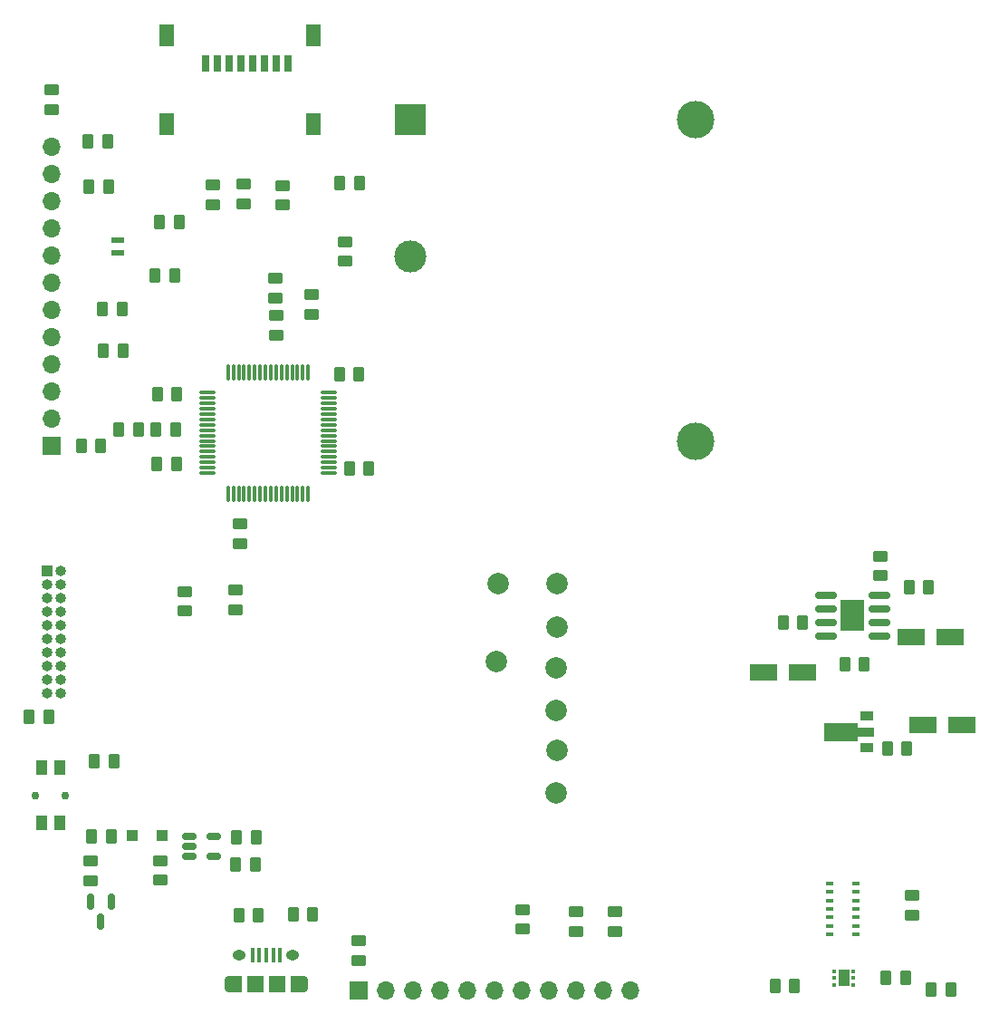
<source format=gbr>
%TF.GenerationSoftware,KiCad,Pcbnew,7.0.7*%
%TF.CreationDate,2024-05-08T11:13:53-07:00*%
%TF.ProjectId,Final_Project_Sutton_Yazzolino,46696e61-6c5f-4507-926f-6a6563745f53,rev?*%
%TF.SameCoordinates,Original*%
%TF.FileFunction,Soldermask,Top*%
%TF.FilePolarity,Negative*%
%FSLAX46Y46*%
G04 Gerber Fmt 4.6, Leading zero omitted, Abs format (unit mm)*
G04 Created by KiCad (PCBNEW 7.0.7) date 2024-05-08 11:13:53*
%MOMM*%
%LPD*%
G01*
G04 APERTURE LIST*
G04 Aperture macros list*
%AMRoundRect*
0 Rectangle with rounded corners*
0 $1 Rounding radius*
0 $2 $3 $4 $5 $6 $7 $8 $9 X,Y pos of 4 corners*
0 Add a 4 corners polygon primitive as box body*
4,1,4,$2,$3,$4,$5,$6,$7,$8,$9,$2,$3,0*
0 Add four circle primitives for the rounded corners*
1,1,$1+$1,$2,$3*
1,1,$1+$1,$4,$5*
1,1,$1+$1,$6,$7*
1,1,$1+$1,$8,$9*
0 Add four rect primitives between the rounded corners*
20,1,$1+$1,$2,$3,$4,$5,0*
20,1,$1+$1,$4,$5,$6,$7,0*
20,1,$1+$1,$6,$7,$8,$9,0*
20,1,$1+$1,$8,$9,$2,$3,0*%
%AMFreePoly0*
4,1,9,3.862500,-0.866500,0.737500,-0.866500,0.737500,-0.450000,-0.737500,-0.450000,-0.737500,0.450000,0.737500,0.450000,0.737500,0.866500,3.862500,0.866500,3.862500,-0.866500,3.862500,-0.866500,$1*%
G04 Aperture macros list end*
%ADD10RoundRect,0.250000X-0.262500X-0.450000X0.262500X-0.450000X0.262500X0.450000X-0.262500X0.450000X0*%
%ADD11RoundRect,0.250000X0.450000X-0.262500X0.450000X0.262500X-0.450000X0.262500X-0.450000X-0.262500X0*%
%ADD12C,2.000000*%
%ADD13RoundRect,0.250000X0.262500X0.450000X-0.262500X0.450000X-0.262500X-0.450000X0.262500X-0.450000X0*%
%ADD14R,0.400000X1.350000*%
%ADD15O,0.890000X1.550000*%
%ADD16R,1.200000X1.550000*%
%ADD17O,1.250000X0.950000*%
%ADD18R,1.500000X1.550000*%
%ADD19R,1.700000X1.700000*%
%ADD20O,1.700000X1.700000*%
%ADD21RoundRect,0.250000X-0.450000X0.262500X-0.450000X-0.262500X0.450000X-0.262500X0.450000X0.262500X0*%
%ADD22RoundRect,0.250000X1.050000X0.550000X-1.050000X0.550000X-1.050000X-0.550000X1.050000X-0.550000X0*%
%ADD23RoundRect,0.150000X-0.825000X-0.150000X0.825000X-0.150000X0.825000X0.150000X-0.825000X0.150000X0*%
%ADD24R,2.290000X3.000000*%
%ADD25RoundRect,0.075000X-0.662500X-0.075000X0.662500X-0.075000X0.662500X0.075000X-0.662500X0.075000X0*%
%ADD26RoundRect,0.075000X-0.075000X-0.662500X0.075000X-0.662500X0.075000X0.662500X-0.075000X0.662500X0*%
%ADD27R,0.800000X1.500000*%
%ADD28R,1.450000X2.000000*%
%ADD29RoundRect,0.250000X-1.050000X-0.550000X1.050000X-0.550000X1.050000X0.550000X-1.050000X0.550000X0*%
%ADD30R,1.000000X1.000000*%
%ADD31O,1.000000X1.000000*%
%ADD32C,3.500000*%
%ADD33R,3.000000X3.000000*%
%ADD34C,3.000000*%
%ADD35R,1.200000X0.600000*%
%ADD36R,1.300000X0.900000*%
%ADD37FreePoly0,180.000000*%
%ADD38RoundRect,0.093750X-0.093750X-0.106250X0.093750X-0.106250X0.093750X0.106250X-0.093750X0.106250X0*%
%ADD39R,1.000000X1.600000*%
%ADD40RoundRect,0.250000X0.300000X0.300000X-0.300000X0.300000X-0.300000X-0.300000X0.300000X-0.300000X0*%
%ADD41RoundRect,0.087500X-0.287500X-0.087500X0.287500X-0.087500X0.287500X0.087500X-0.287500X0.087500X0*%
%ADD42RoundRect,0.150000X-0.150000X0.587500X-0.150000X-0.587500X0.150000X-0.587500X0.150000X0.587500X0*%
%ADD43RoundRect,0.150000X-0.512500X-0.150000X0.512500X-0.150000X0.512500X0.150000X-0.512500X0.150000X0*%
%ADD44C,0.750000*%
%ADD45R,1.000000X1.450000*%
G04 APERTURE END LIST*
D10*
%TO.C,C8*%
X131500000Y-94000000D03*
X133325000Y-94000000D03*
%TD*%
D11*
%TO.C,R15*%
X118750000Y-69312500D03*
X118750000Y-67487500D03*
%TD*%
D10*
%TO.C,C25*%
X181675000Y-141575000D03*
X183500000Y-141575000D03*
%TD*%
D12*
%TO.C,Ie1*%
X150825000Y-112600000D03*
%TD*%
D13*
%TO.C,FB1*%
X115250000Y-90325000D03*
X113425000Y-90325000D03*
%TD*%
D14*
%TO.C,J2*%
X122425000Y-139475000D03*
X123075000Y-139475000D03*
X123725000Y-139475000D03*
X124375000Y-139475000D03*
X125025000Y-139475000D03*
D15*
X120225000Y-142175000D03*
D16*
X120825000Y-142175000D03*
D17*
X121225000Y-139475000D03*
D18*
X122725000Y-142175000D03*
X124725000Y-142175000D03*
D17*
X126225000Y-139475000D03*
D16*
X126625000Y-142175000D03*
D15*
X127225000Y-142175000D03*
%TD*%
D19*
%TO.C,LEDmodule1*%
X132325000Y-142750000D03*
D20*
X134865000Y-142750000D03*
X137405000Y-142750000D03*
X139945000Y-142750000D03*
X142485000Y-142750000D03*
X145025000Y-142750000D03*
X147565000Y-142750000D03*
X150105000Y-142750000D03*
X152645000Y-142750000D03*
X155185000Y-142750000D03*
X157725000Y-142750000D03*
%TD*%
D10*
%TO.C,C16*%
X113350000Y-75975000D03*
X115175000Y-75975000D03*
%TD*%
D13*
%TO.C,C13*%
X115375000Y-87075000D03*
X113550000Y-87075000D03*
%TD*%
D21*
%TO.C,C11*%
X121290000Y-99147500D03*
X121290000Y-100972500D03*
%TD*%
D19*
%TO.C,WifiModule1*%
X103650000Y-91825000D03*
D20*
X103650000Y-89285000D03*
X103650000Y-86745000D03*
X103650000Y-84205000D03*
X103650000Y-81665000D03*
X103650000Y-79125000D03*
X103650000Y-76585000D03*
X103650000Y-74045000D03*
X103650000Y-71505000D03*
X103650000Y-68965000D03*
X103650000Y-66425000D03*
X103650000Y-63885000D03*
%TD*%
D11*
%TO.C,R19*%
X152675000Y-137225000D03*
X152675000Y-135400000D03*
%TD*%
D21*
%TO.C,L1*%
X124625000Y-79700000D03*
X124625000Y-81525000D03*
%TD*%
%TO.C,R3*%
X184100000Y-133875000D03*
X184100000Y-135700000D03*
%TD*%
D22*
%TO.C,C5*%
X173845000Y-113035000D03*
X170245000Y-113035000D03*
%TD*%
D10*
%TO.C,C14*%
X106425000Y-91875000D03*
X108250000Y-91875000D03*
%TD*%
D13*
%TO.C,R13*%
X187700000Y-142625000D03*
X185875000Y-142625000D03*
%TD*%
D11*
%TO.C,C15*%
X132350000Y-138100000D03*
X132350000Y-139925000D03*
%TD*%
D10*
%TO.C,C17*%
X113775000Y-70950000D03*
X115600000Y-70950000D03*
%TD*%
D23*
%TO.C,LDO3.3V1*%
X176075000Y-105805000D03*
X176075000Y-107075000D03*
X176075000Y-108345000D03*
X176075000Y-109615000D03*
X181025000Y-109615000D03*
X181025000Y-108345000D03*
X181025000Y-107075000D03*
X181025000Y-105805000D03*
D24*
X178550000Y-107710000D03*
%TD*%
D25*
%TO.C,U3*%
X118237500Y-86900000D03*
X118237500Y-87400000D03*
X118237500Y-87900000D03*
X118237500Y-88400000D03*
X118237500Y-88900000D03*
X118237500Y-89400000D03*
X118237500Y-89900000D03*
X118237500Y-90400000D03*
X118237500Y-90900000D03*
X118237500Y-91400000D03*
X118237500Y-91900000D03*
X118237500Y-92400000D03*
X118237500Y-92900000D03*
X118237500Y-93400000D03*
X118237500Y-93900000D03*
X118237500Y-94400000D03*
D26*
X120150000Y-96312500D03*
X120650000Y-96312500D03*
X121150000Y-96312500D03*
X121650000Y-96312500D03*
X122150000Y-96312500D03*
X122650000Y-96312500D03*
X123150000Y-96312500D03*
X123650000Y-96312500D03*
X124150000Y-96312500D03*
X124650000Y-96312500D03*
X125150000Y-96312500D03*
X125650000Y-96312500D03*
X126150000Y-96312500D03*
X126650000Y-96312500D03*
X127150000Y-96312500D03*
X127650000Y-96312500D03*
D25*
X129562500Y-94400000D03*
X129562500Y-93900000D03*
X129562500Y-93400000D03*
X129562500Y-92900000D03*
X129562500Y-92400000D03*
X129562500Y-91900000D03*
X129562500Y-91400000D03*
X129562500Y-90900000D03*
X129562500Y-90400000D03*
X129562500Y-89900000D03*
X129562500Y-89400000D03*
X129562500Y-88900000D03*
X129562500Y-88400000D03*
X129562500Y-87900000D03*
X129562500Y-87400000D03*
X129562500Y-86900000D03*
D26*
X127650000Y-84987500D03*
X127150000Y-84987500D03*
X126650000Y-84987500D03*
X126150000Y-84987500D03*
X125650000Y-84987500D03*
X125150000Y-84987500D03*
X124650000Y-84987500D03*
X124150000Y-84987500D03*
X123650000Y-84987500D03*
X123150000Y-84987500D03*
X122650000Y-84987500D03*
X122150000Y-84987500D03*
X121650000Y-84987500D03*
X121150000Y-84987500D03*
X120650000Y-84987500D03*
X120150000Y-84987500D03*
%TD*%
D10*
%TO.C,R17*%
X108500000Y-82975000D03*
X110325000Y-82975000D03*
%TD*%
D21*
%TO.C,R24*%
X156350000Y-135400000D03*
X156350000Y-137225000D03*
%TD*%
D13*
%TO.C,C6*%
X183600000Y-120150000D03*
X181775000Y-120150000D03*
%TD*%
D21*
%TO.C,C18*%
X107325000Y-130650000D03*
X107325000Y-132475000D03*
%TD*%
D10*
%TO.C,C2*%
X183820000Y-105060000D03*
X185645000Y-105060000D03*
%TD*%
%TO.C,C19*%
X120875000Y-130975000D03*
X122700000Y-130975000D03*
%TD*%
D27*
%TO.C,J1*%
X118075000Y-56100000D03*
X119175000Y-56100000D03*
X120275000Y-56100000D03*
X121375000Y-56100000D03*
X122475000Y-56100000D03*
X123575000Y-56100000D03*
X124675000Y-56100000D03*
X125775000Y-56100000D03*
D28*
X114400000Y-53500000D03*
X114400000Y-61800000D03*
X128150000Y-53500000D03*
X128150000Y-61800000D03*
%TD*%
D12*
%TO.C,USB_D+1*%
X145375000Y-104750000D03*
%TD*%
D29*
%TO.C,C7*%
X185125000Y-117900000D03*
X188725000Y-117900000D03*
%TD*%
D30*
%TO.C,J3*%
X103200000Y-103525000D03*
D31*
X104470000Y-103525000D03*
X103200000Y-104795000D03*
X104470000Y-104795000D03*
X103200000Y-106065000D03*
X104470000Y-106065000D03*
X103200000Y-107335000D03*
X104470000Y-107335000D03*
X103200000Y-108605000D03*
X104470000Y-108605000D03*
X103200000Y-109875000D03*
X104470000Y-109875000D03*
X103200000Y-111145000D03*
X104470000Y-111145000D03*
X103200000Y-112415000D03*
X104470000Y-112415000D03*
X103200000Y-113685000D03*
X104470000Y-113685000D03*
X103200000Y-114955000D03*
X104470000Y-114955000D03*
%TD*%
D10*
%TO.C,R5*%
X171275000Y-142350000D03*
X173100000Y-142350000D03*
%TD*%
D13*
%TO.C,C3*%
X179645000Y-112235000D03*
X177820000Y-112235000D03*
%TD*%
D32*
%TO.C,BT1*%
X163875000Y-61400000D03*
X163875000Y-91400000D03*
D33*
X137175000Y-61400000D03*
D34*
X137175000Y-74200000D03*
%TD*%
D35*
%TO.C,Y1*%
X109825000Y-72625000D03*
X109825000Y-73825000D03*
%TD*%
D10*
%TO.C,R16*%
X108425000Y-79075000D03*
X110250000Y-79075000D03*
%TD*%
%TO.C,R2*%
X107075000Y-63400000D03*
X108900000Y-63400000D03*
%TD*%
D11*
%TO.C,R4*%
X103625000Y-60425000D03*
X103625000Y-58600000D03*
%TD*%
D21*
%TO.C,R14*%
X121600000Y-67425000D03*
X121600000Y-69250000D03*
%TD*%
D12*
%TO.C,TP1*%
X150950000Y-104700000D03*
%TD*%
D10*
%TO.C,C4*%
X172045000Y-108410000D03*
X173870000Y-108410000D03*
%TD*%
D12*
%TO.C,TP4*%
X150825000Y-116575000D03*
%TD*%
D11*
%TO.C,R18*%
X147725000Y-137025000D03*
X147725000Y-135200000D03*
%TD*%
D10*
%TO.C,R6*%
X107650000Y-121325000D03*
X109475000Y-121325000D03*
%TD*%
D36*
%TO.C,LDO1.8V1*%
X179875000Y-120075000D03*
D37*
X179787500Y-118575000D03*
D36*
X179875000Y-117075000D03*
%TD*%
D38*
%TO.C,U2*%
X176837500Y-140950000D03*
X176837500Y-141600000D03*
X176837500Y-142250000D03*
X178612500Y-142250000D03*
X178612500Y-141600000D03*
X178612500Y-140950000D03*
D39*
X177725000Y-141600000D03*
%TD*%
D21*
%TO.C,R12*%
X125275000Y-67525000D03*
X125275000Y-69350000D03*
%TD*%
D10*
%TO.C,R7*%
X101575000Y-117175000D03*
X103400000Y-117175000D03*
%TD*%
D11*
%TO.C,R10*%
X116140000Y-107285000D03*
X116140000Y-105460000D03*
%TD*%
%TO.C,C24*%
X181175000Y-103975000D03*
X181175000Y-102150000D03*
%TD*%
D40*
%TO.C,D2*%
X114025000Y-128300000D03*
X111225000Y-128300000D03*
%TD*%
D10*
%TO.C,C23*%
X130600000Y-67300000D03*
X132425000Y-67300000D03*
%TD*%
D29*
%TO.C,C1*%
X184020000Y-109760000D03*
X187620000Y-109760000D03*
%TD*%
D12*
%TO.C,TP5*%
X150900000Y-120350000D03*
%TD*%
D41*
%TO.C,U1*%
X176425000Y-132725000D03*
X176425000Y-133525000D03*
X176425000Y-134325000D03*
X176425000Y-135125000D03*
X176425000Y-135925000D03*
X176425000Y-136725000D03*
X176425000Y-137525000D03*
X178825000Y-137525000D03*
X178825000Y-136725000D03*
X178825000Y-135925000D03*
X178825000Y-135125000D03*
X178825000Y-134325000D03*
X178825000Y-133525000D03*
X178825000Y-132725000D03*
%TD*%
D21*
%TO.C,R1*%
X131125000Y-72800000D03*
X131125000Y-74625000D03*
%TD*%
D11*
%TO.C,R11*%
X120810000Y-107155000D03*
X120810000Y-105330000D03*
%TD*%
D13*
%TO.C,R8*%
X109250000Y-128325000D03*
X107425000Y-128325000D03*
%TD*%
D42*
%TO.C,Q1*%
X109225000Y-134450000D03*
X107325000Y-134450000D03*
X108275000Y-136325000D03*
%TD*%
D21*
%TO.C,C22*%
X127950000Y-77750000D03*
X127950000Y-79575000D03*
%TD*%
D13*
%TO.C,R21*%
X128075000Y-135675000D03*
X126250000Y-135675000D03*
%TD*%
D12*
%TO.C,TP2*%
X150900000Y-108825000D03*
%TD*%
D10*
%TO.C,C9*%
X130575000Y-85150000D03*
X132400000Y-85150000D03*
%TD*%
D43*
%TO.C,U4*%
X116575000Y-128325000D03*
X116575000Y-129275000D03*
X116575000Y-130225000D03*
X118850000Y-130225000D03*
X118850000Y-128325000D03*
%TD*%
D12*
%TO.C,TP6*%
X150825000Y-124275000D03*
%TD*%
D13*
%TO.C,C10*%
X111775000Y-90375000D03*
X109950000Y-90375000D03*
%TD*%
D21*
%TO.C,R9*%
X113800000Y-130600000D03*
X113800000Y-132425000D03*
%TD*%
D10*
%TO.C,R22*%
X121150000Y-135750000D03*
X122975000Y-135750000D03*
%TD*%
D12*
%TO.C,USB_D-1*%
X145225000Y-112000000D03*
%TD*%
D21*
%TO.C,C21*%
X124600000Y-76200000D03*
X124600000Y-78025000D03*
%TD*%
D13*
%TO.C,C12*%
X115325000Y-93575000D03*
X113500000Y-93575000D03*
%TD*%
D10*
%TO.C,R20*%
X107150000Y-67625000D03*
X108975000Y-67625000D03*
%TD*%
D44*
%TO.C,SW1*%
X102175000Y-124525000D03*
X104925000Y-124525000D03*
D45*
X102700000Y-127100000D03*
X102700000Y-121950000D03*
X104400000Y-127100000D03*
X104400000Y-121950000D03*
%TD*%
D10*
%TO.C,C20*%
X120975000Y-128425000D03*
X122800000Y-128425000D03*
%TD*%
M02*

</source>
